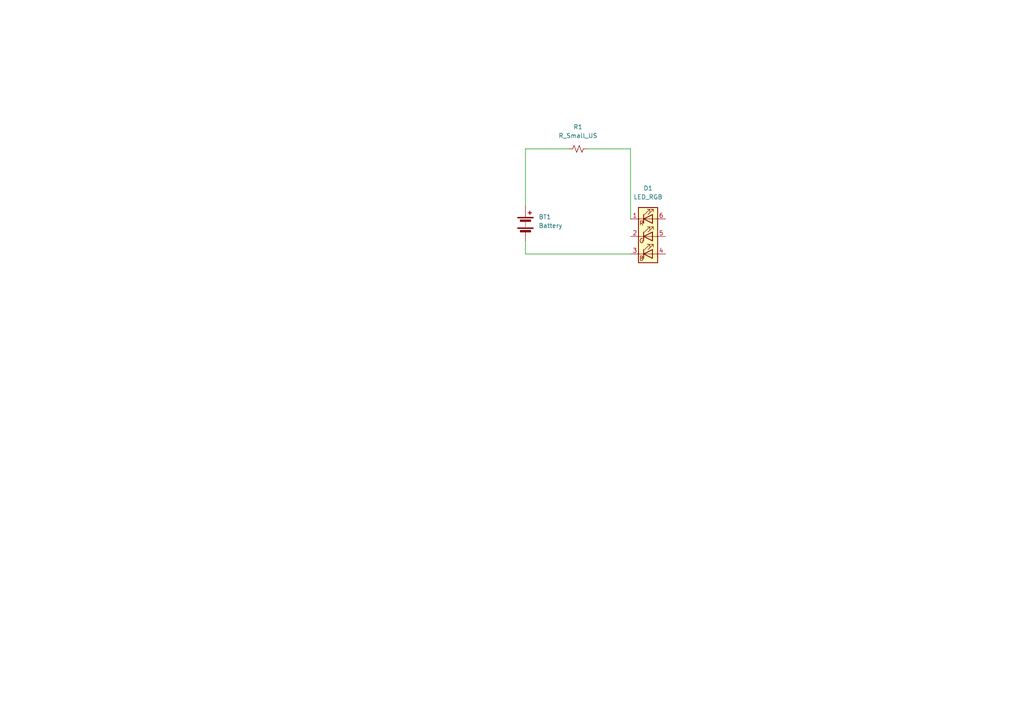
<source format=kicad_sch>
(kicad_sch (version 20231120) (generator "eeschema") (generator_version "8.0")
  (paper "A4")
  (lib_symbols
    (symbol "Device:Battery" (pin_numbers hide) (pin_names (offset 0) hide)
      (property "Reference" "BT" (at 2.54 2.54 0))
      (property "Value" "Battery" (at 2.54 0 0))
      (symbol "Battery_0_1"
        (rectangle (start -2.286 -1.27) (end 2.286 -1.524) (fill (type outline)))
        (rectangle (start -2.286 1.778) (end 2.286 1.524) (fill (type outline)))
        (rectangle (start -1.524 -2.032) (end 1.524 -2.54) (fill (type outline)))
        (rectangle (start -1.524 1.016) (end 1.524 0.508) (fill (type outline)))
        (polyline (pts (xy 0 -1.016) (xy 0 -0.762)))
        (polyline (pts (xy 0 -0.508) (xy 0 -0.254)))
        (polyline (pts (xy 0 0) (xy 0 0.254)))
        (polyline (pts (xy 0 1.778) (xy 0 2.54)))
        (polyline (pts (xy 0.762 3.048) (xy 1.778 3.048)) (stroke (width 0.254)))
        (polyline (pts (xy 1.27 3.556) (xy 1.27 2.54)) (stroke (width 0.254)))
      )
      (symbol "Battery_1_1"
        (pin passive line (at 0 5.08 270) (length 2.54) (name "+") (number "1"))
        (pin passive line (at 0 -5.08 90) (length 2.54) (name "-") (number "2"))
      )
    )
    (symbol "Device:LED_RGB" (pin_names (offset 0) hide)
      (property "Reference" "D" (at 0 9.398 0))
      (property "Value" "LED_RGB" (at 0 -8.89 0))
      (symbol "LED_RGB_0_0"
        (text "B" (at -1.905 -6.35 0) (effects (font (size 1.27 1.27))))
        (text "G" (at -1.905 -1.27 0) (effects (font (size 1.27 1.27))))
        (text "R" (at -1.905 3.81 0) (effects (font (size 1.27 1.27))))
      )
      (symbol "LED_RGB_0_1"
        (polyline (pts (xy -1.27 -5.08) (xy -2.54 -5.08)))
        (polyline (pts (xy -1.27 -5.08) (xy 1.27 -5.08)))
        (polyline (pts (xy -1.27 -3.81) (xy -1.27 -6.35)) (stroke (width 0.254)))
        (polyline (pts (xy -1.27 0) (xy -2.54 0)))
        (polyline (pts (xy -1.27 1.27) (xy -1.27 -1.27)) (stroke (width 0.254)))
        (polyline (pts (xy -1.27 5.08) (xy -2.54 5.08)))
        (polyline (pts (xy -1.27 5.08) (xy 1.27 5.08)))
        (polyline (pts (xy -1.27 6.35) (xy -1.27 3.81)) (stroke (width 0.254)))
        (polyline (pts (xy 1.27 -5.08) (xy 2.54 -5.08)))
        (polyline (pts (xy 1.27 0) (xy -1.27 0)))
        (polyline (pts (xy 1.27 0) (xy 2.54 0)))
        (polyline (pts (xy 1.27 5.08) (xy 2.54 5.08)))
        (polyline (pts (xy -1.27 1.27) (xy -1.27 -1.27) (xy -1.27 -1.27)))
        (polyline (pts (xy -1.27 6.35) (xy -1.27 3.81) (xy -1.27 3.81)))
        (polyline (pts (xy 1.27 -3.81) (xy 1.27 -6.35) (xy -1.27 -5.08) (xy 1.27 -3.81)) (stroke (width 0.254)))
        (polyline (pts (xy 1.27 1.27) (xy 1.27 -1.27) (xy -1.27 0) (xy 1.27 1.27)) (stroke (width 0.254)))
        (polyline (pts (xy 1.27 6.35) (xy 1.27 3.81) (xy -1.27 5.08) (xy 1.27 6.35)) (stroke (width 0.254)))
        (polyline (pts (xy -1.016 -3.81) (xy 0.508 -2.286) (xy -0.254 -2.286) (xy 0.508 -2.286) (xy 0.508 -3.048)))
        (polyline (pts (xy -1.016 1.27) (xy 0.508 2.794) (xy -0.254 2.794) (xy 0.508 2.794) (xy 0.508 2.032)))
        (polyline (pts (xy -1.016 6.35) (xy 0.508 7.874) (xy -0.254 7.874) (xy 0.508 7.874) (xy 0.508 7.112)))
        (polyline (pts (xy 0 -3.81) (xy 1.524 -2.286) (xy 0.762 -2.286) (xy 1.524 -2.286) (xy 1.524 -3.048)))
        (polyline (pts (xy 0 1.27) (xy 1.524 2.794) (xy 0.762 2.794) (xy 1.524 2.794) (xy 1.524 2.032)))
        (polyline (pts (xy 0 6.35) (xy 1.524 7.874) (xy 0.762 7.874) (xy 1.524 7.874) (xy 1.524 7.112)))
        (rectangle (start 1.27 -1.27) (end 1.27 1.27))
        (rectangle (start 1.27 1.27) (end 1.27 1.27))
        (rectangle (start 1.27 3.81) (end 1.27 6.35))
        (rectangle (start 1.27 6.35) (end 1.27 6.35))
        (rectangle (start 2.794 8.382) (end -2.794 -7.62) (stroke (width 0.254)) (fill (type background)))
      )
      (symbol "LED_RGB_1_1"
        (pin passive line (at -5.08 5.08 0) (length 2.54) (name "RK") (number "1"))
        (pin passive line (at -5.08 0 0) (length 2.54) (name "GK") (number "2"))
        (pin passive line (at -5.08 -5.08 0) (length 2.54) (name "BK") (number "3"))
        (pin passive line (at 5.08 -5.08 180) (length 2.54) (name "BA") (number "4"))
        (pin passive line (at 5.08 0 180) (length 2.54) (name "GA") (number "5"))
        (pin passive line (at 5.08 5.08 180) (length 2.54) (name "RA") (number "6"))
      )
    )
    (symbol "Device:R_Small_US" (pin_numbers hide) (pin_names (offset 0.254) hide)
      (property "Reference" "R" (at 0.762 0.508 0))
      (property "Value" "R_Small_US" (at 0.762 -1.016 0))
      (symbol "R_Small_US_1_1"
        (polyline (pts (xy 0 0) (xy 1.016 -0.381) (xy 0 -0.762) (xy -1.016 -1.143) (xy 0 -1.524)))
        (polyline (pts (xy 0 1.524) (xy 1.016 1.143) (xy 0 0.762) (xy -1.016 0.381) (xy 0 0)))
        (pin passive line (at 0 2.54 270) (length 1.016) (name "~") (number "1"))
        (pin passive line (at 0 -2.54 90) (length 1.016) (name "~") (number "2"))
      )
    )
  )
  (wire (pts (xy 152.4 73.66) (xy 182.88 73.66)))
  (wire (pts (xy 152.4 59.69) (xy 152.4 43.18)))
  (wire (pts (xy 182.88 43.18) (xy 182.88 63.5)))
  (wire (pts (xy 152.4 69.85) (xy 152.4 73.66)))
  (wire (pts (xy 152.4 43.18) (xy 165.1 43.18)))
  (wire (pts (xy 170.18 43.18) (xy 182.88 43.18)))
  (symbol (lib_id "Device:LED_RGB") (at 187.96 68.58 0) (unit 1)
    (property "Reference" "D1" (at 187.96 54.61 0))
    (property "Value" "LED_RGB" (at 187.96 57.15 0))
    (property "Description" "RGB LED, 6 pin package" (effects (hide yes)))
  )
  (symbol (lib_id "Device:Battery") (at 152.4 64.77 0) (unit 1)
    (property "Reference" "BT1" (at 156.21 62.9284 0) (effects (justify left)))
    (property "Value" "Battery" (at 156.21 65.4684 0) (effects (justify left)))
    (property "Description" "Multiple-cell battery" (effects (hide yes)))
  )
  (symbol (lib_id "Device:R_Small_US") (at 167.64 43.18 90) (unit 1)
    (property "Reference" "R1" (at 167.64 36.83 90))
    (property "Value" "R_Small_US" (at 167.64 39.37 90))
    (property "Description" "Resistor, small US symbol" (effects (hide yes)))
  )
)
</source>
